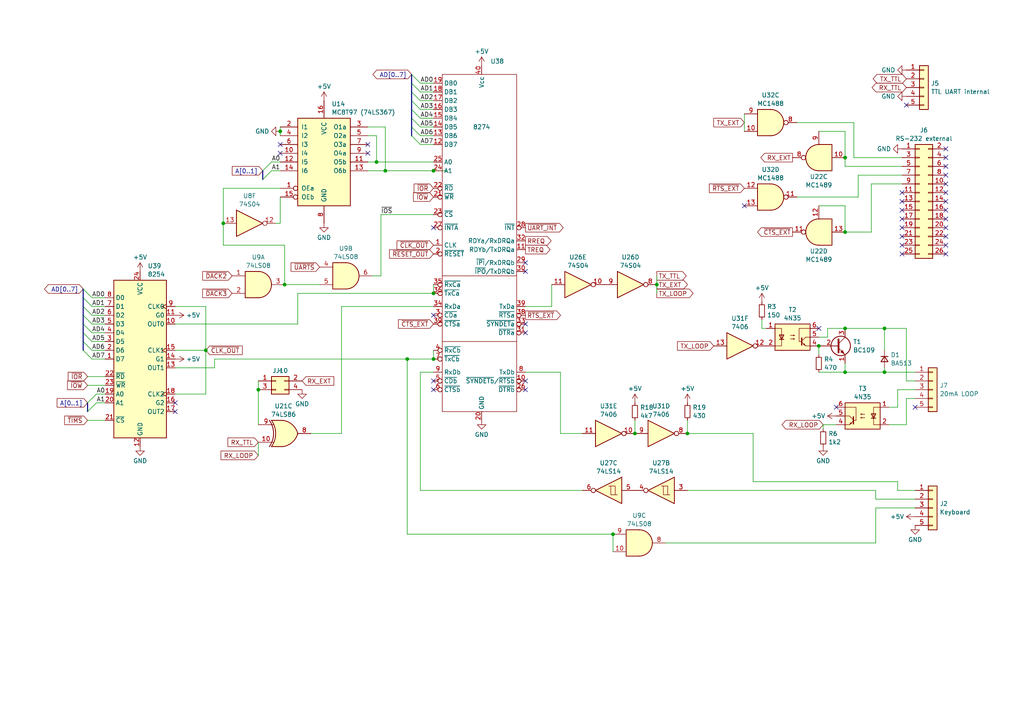
<source format=kicad_sch>
(kicad_sch (version 20230121) (generator eeschema)
  (paper "A4")
  (title_block (title "Iskra Delta Partner Video (text) 30 797 044") (date "2023-08-17") (rev "1") (company "Jernej Jakob <jernej.jakob@gmail.com>") (comment 1 "reverse engineered by hand"))
  (lib_symbols
    (symbol "74xx:74LS04"
      (property "Reference" "U" (at 0 1.27 0))
      (property "Value" "74LS04" (at 0 -1.27 0))
      (symbol "74LS04_1_0"
        (pin input line (at -7.62 0 0) (length 3.81) (name "~") (number "1"))
        (pin output inverted (at 7.62 0 180) (length 3.81) (name "~") (number "2"))
      )
      (symbol "74LS04_2_0"
        (pin input line (at -7.62 0 0) (length 3.81) (name "~") (number "3"))
        (pin output inverted (at 7.62 0 180) (length 3.81) (name "~") (number "4"))
      )
      (symbol "74LS04_3_0"
        (pin input line (at -7.62 0 0) (length 3.81) (name "~") (number "5"))
        (pin output inverted (at 7.62 0 180) (length 3.81) (name "~") (number "6"))
      )
      (symbol "74LS04_4_0"
        (pin output inverted (at 7.62 0 180) (length 3.81) (name "~") (number "8"))
        (pin input line (at -7.62 0 0) (length 3.81) (name "~") (number "9"))
      )
      (symbol "74LS04_5_0"
        (pin output inverted (at 7.62 0 180) (length 3.81) (name "~") (number "10"))
        (pin input line (at -7.62 0 0) (length 3.81) (name "~") (number "11"))
      )
      (symbol "74LS04_6_0"
        (pin output inverted (at 7.62 0 180) (length 3.81) (name "~") (number "12"))
        (pin input line (at -7.62 0 0) (length 3.81) (name "~") (number "13"))
      )
      (symbol "74LS04_7_0"
        (pin power_in line (at 0 12.7 270) (length 5.08) (name "VCC") (number "14"))
        (pin power_in line (at 0 -12.7 90) (length 5.08) (name "GND") (number "7"))
      )
    )
    (symbol "74xx:74LS06" (pin_names (offset 1.016))
      (property "Reference" "U" (at 0 1.27 0))
      (property "Value" "74LS06" (at 0 -1.27 0))
      (symbol "74LS06_1_0"
        (pin input line (at -7.62 0 0) (length 3.81) (name "~") (number "1"))
        (pin open_collector inverted (at 7.62 0 180) (length 3.81) (name "~") (number "2"))
      )
      (symbol "74LS06_2_0"
        (pin input line (at -7.62 0 0) (length 3.81) (name "~") (number "3"))
        (pin open_collector inverted (at 7.62 0 180) (length 3.81) (name "~") (number "4"))
      )
      (symbol "74LS06_3_0"
        (pin input line (at -7.62 0 0) (length 3.81) (name "~") (number "5"))
        (pin open_collector inverted (at 7.62 0 180) (length 3.81) (name "~") (number "6"))
      )
      (symbol "74LS06_4_0"
        (pin open_collector inverted (at 7.62 0 180) (length 3.81) (name "~") (number "8"))
        (pin input line (at -7.62 0 0) (length 3.81) (name "~") (number "9"))
      )
      (symbol "74LS06_5_0"
        (pin open_collector inverted (at 7.62 0 180) (length 3.81) (name "~") (number "10"))
        (pin input line (at -7.62 0 0) (length 3.81) (name "~") (number "11"))
      )
      (symbol "74LS06_6_0"
        (pin open_collector inverted (at 7.62 0 180) (length 3.81) (name "~") (number "12"))
        (pin input line (at -7.62 0 0) (length 3.81) (name "~") (number "13"))
      )
      (symbol "74LS06_7_0"
        (pin power_in line (at 0 12.7 270) (length 5.08) (name "VCC") (number "14"))
        (pin power_in line (at 0 -12.7 90) (length 5.08) (name "GND") (number "7"))
      )
    )
    (symbol "74xx:74LS08" (pin_names (offset 1.016))
      (property "Reference" "U" (at 0 1.27 0))
      (property "Value" "74LS08" (at 0 -1.27 0))
      (symbol "74LS08_1_1"
        (pin input line (at -7.62 2.54 0) (length 3.81) (name "~") (number "1"))
        (pin input line (at -7.62 -2.54 0) (length 3.81) (name "~") (number "2"))
        (pin output line (at 7.62 0 180) (length 3.81) (name "~") (number "3"))
      )
      (symbol "74LS08_1_2"
        (pin input inverted (at -7.62 2.54 0) (length 4.318) (name "~") (number "1"))
        (pin input inverted (at -7.62 -2.54 0) (length 4.318) (name "~") (number "2"))
        (pin output inverted (at 7.62 0 180) (length 3.81) (name "~") (number "3"))
      )
      (symbol "74LS08_2_1"
        (pin input line (at -7.62 2.54 0) (length 3.81) (name "~") (number "4"))
        (pin input line (at -7.62 -2.54 0) (length 3.81) (name "~") (number "5"))
        (pin output line (at 7.62 0 180) (length 3.81) (name "~") (number "6"))
      )
      (symbol "74LS08_2_2"
        (pin input inverted (at -7.62 2.54 0) (length 4.318) (name "~") (number "4"))
        (pin input inverted (at -7.62 -2.54 0) (length 4.318) (name "~") (number "5"))
        (pin output inverted (at 7.62 0 180) (length 3.81) (name "~") (number "6"))
      )
      (symbol "74LS08_3_1"
        (pin input line (at -7.62 -2.54 0) (length 3.81) (name "~") (number "10"))
        (pin output line (at 7.62 0 180) (length 3.81) (name "~") (number "8"))
        (pin input line (at -7.62 2.54 0) (length 3.81) (name "~") (number "9"))
      )
      (symbol "74LS08_3_2"
        (pin input inverted (at -7.62 -2.54 0) (length 4.318) (name "~") (number "10"))
        (pin output inverted (at 7.62 0 180) (length 3.81) (name "~") (number "8"))
        (pin input inverted (at -7.62 2.54 0) (length 4.318) (name "~") (number "9"))
      )
      (symbol "74LS08_4_1"
        (pin output line (at 7.62 0 180) (length 3.81) (name "~") (number "11"))
        (pin input line (at -7.62 2.54 0) (length 3.81) (name "~") (number "12"))
        (pin input line (at -7.62 -2.54 0) (length 3.81) (name "~") (number "13"))
      )
      (symbol "74LS08_4_2"
        (pin output inverted (at 7.62 0 180) (length 3.81) (name "~") (number "11"))
        (pin input inverted (at -7.62 2.54 0) (length 4.318) (name "~") (number "12"))
        (pin input inverted (at -7.62 -2.54 0) (length 4.318) (name "~") (number "13"))
      )
      (symbol "74LS08_5_0"
        (pin power_in line (at 0 12.7 270) (length 5.08) (name "VCC") (number "14"))
        (pin power_in line (at 0 -12.7 90) (length 5.08) (name "GND") (number "7"))
      )
    )
    (symbol "74xx:74LS14" (pin_names (offset 1.016))
      (property "Reference" "U" (at 0 1.27 0))
      (property "Value" "74LS14" (at 0 -1.27 0))
      (symbol "74LS14_1_0"
        (pin input line (at -7.62 0 0) (length 3.81) (name "~") (number "1"))
        (pin output inverted (at 7.62 0 180) (length 3.81) (name "~") (number "2"))
      )
      (symbol "74LS14_2_0"
        (pin input line (at -7.62 0 0) (length 3.81) (name "~") (number "3"))
        (pin output inverted (at 7.62 0 180) (length 3.81) (name "~") (number "4"))
      )
      (symbol "74LS14_3_0"
        (pin input line (at -7.62 0 0) (length 3.81) (name "~") (number "5"))
        (pin output inverted (at 7.62 0 180) (length 3.81) (name "~") (number "6"))
      )
      (symbol "74LS14_4_0"
        (pin output inverted (at 7.62 0 180) (length 3.81) (name "~") (number "8"))
        (pin input line (at -7.62 0 0) (length 3.81) (name "~") (number "9"))
      )
      (symbol "74LS14_5_0"
        (pin output inverted (at 7.62 0 180) (length 3.81) (name "~") (number "10"))
        (pin input line (at -7.62 0 0) (length 3.81) (name "~") (number "11"))
      )
      (symbol "74LS14_6_0"
        (pin output inverted (at 7.62 0 180) (length 3.81) (name "~") (number "12"))
        (pin input line (at -7.62 0 0) (length 3.81) (name "~") (number "13"))
      )
      (symbol "74LS14_7_0"
        (pin power_in line (at 0 12.7 270) (length 5.08) (name "VCC") (number "14"))
        (pin power_in line (at 0 -12.7 90) (length 5.08) (name "GND") (number "7"))
      )
    )
    (symbol "74xx:74LS367" (pin_names (offset 1.016))
      (property "Reference" "U" (at -7.62 13.97 0))
      (property "Value" "74LS367" (at -7.62 -13.97 0))
      (symbol "74LS367_1_0"
        (pin input inverted (at -12.7 -7.62 0) (length 5.08) (name "OEa") (number "1"))
        (pin input line (at -12.7 2.54 0) (length 5.08) (name "I4") (number "10"))
        (pin tri_state line (at 12.7 0 180) (length 5.08) (name "O5b") (number "11"))
        (pin input line (at -12.7 0 0) (length 5.08) (name "I5") (number "12"))
        (pin tri_state line (at 12.7 -2.54 180) (length 5.08) (name "O6b") (number "13"))
        (pin input line (at -12.7 -2.54 0) (length 5.08) (name "I6") (number "14"))
        (pin input inverted (at -12.7 -10.16 0) (length 5.08) (name "OEb") (number "15"))
        (pin power_in line (at 0 17.78 270) (length 5.08) (name "VCC") (number "16"))
        (pin input line (at -12.7 10.16 0) (length 5.08) (name "I1") (number "2"))
        (pin tri_state line (at 12.7 10.16 180) (length 5.08) (name "O1a") (number "3"))
        (pin input line (at -12.7 7.62 0) (length 5.08) (name "I2") (number "4"))
        (pin tri_state line (at 12.7 7.62 180) (length 5.08) (name "O2a") (number "5"))
        (pin input line (at -12.7 5.08 0) (length 5.08) (name "I3") (number "6"))
        (pin tri_state line (at 12.7 5.08 180) (length 5.08) (name "O3a") (number "7"))
        (pin power_in line (at 0 -17.78 90) (length 5.08) (name "GND") (number "8"))
        (pin tri_state line (at 12.7 2.54 180) (length 5.08) (name "O4a") (number "9"))
      )
    )
    (symbol "74xx:74LS86" (pin_names (offset 1.016))
      (property "Reference" "U" (at 0 1.27 0))
      (property "Value" "74LS86" (at 0 -1.27 0))
      (symbol "74LS86_1_0"
        (pin input line (at -7.62 2.54 0) (length 4.445) (name "~") (number "1"))
        (pin input line (at -7.62 -2.54 0) (length 4.445) (name "~") (number "2"))
        (pin output line (at 7.62 0 180) (length 3.81) (name "~") (number "3"))
      )
      (symbol "74LS86_2_0"
        (pin input line (at -7.62 2.54 0) (length 4.445) (name "~") (number "4"))
        (pin input line (at -7.62 -2.54 0) (length 4.445) (name "~") (number "5"))
        (pin output line (at 7.62 0 180) (length 3.81) (name "~") (number "6"))
      )
      (symbol "74LS86_3_0"
        (pin input line (at -7.62 -2.54 0) (length 4.445) (name "~") (number "10"))
        (pin output line (at 7.62 0 180) (length 3.81) (name "~") (number "8"))
        (pin input line (at -7.62 2.54 0) (length 4.445) (name "~") (number "9"))
      )
      (symbol "74LS86_4_0"
        (pin output line (at 7.62 0 180) (length 3.81) (name "~") (number "11"))
        (pin input line (at -7.62 2.54 0) (length 4.445) (name "~") (number "12"))
        (pin input line (at -7.62 -2.54 0) (length 4.445) (name "~") (number "13"))
      )
      (symbol "74LS86_5_0"
        (pin power_in line (at 0 12.7 270) (length 5.08) (name "VCC") (number "14"))
        (pin power_in line (at 0 -12.7 90) (length 5.08) (name "GND") (number "7"))
      )
    )
    (symbol "8085:8274"
      (property "Reference" "U" (at 0 0 0))
      (property "Value" "8274" (at 0 0 0))
      (symbol "8274_1_0"
        (pin input line (at -13.97 -34.29 0) (length 2.54) (name "CLK") (number "1"))
        (pin output inverted (at 12.7 -73.66 180) (length 2.54) (name "~{SYNDETb}/~{RTSb}") (number "10"))
        (pin output line (at 12.7 -35.56 180) (length 2.54) (name "RDYb/TxDRQa") (number "11"))
        (pin tri_state line (at -13.97 -5.08 0) (length 2.54) (name "DB7") (number "12"))
        (pin tri_state line (at -13.97 -2.54 0) (length 2.54) (name "DB6") (number "13"))
        (pin tri_state line (at -13.97 0 0) (length 2.54) (name "DB5") (number "14"))
        (pin tri_state line (at -13.97 2.54 0) (length 2.54) (name "DB4") (number "15"))
        (pin tri_state line (at -13.97 5.08 0) (length 2.54) (name "DB3") (number "16"))
        (pin tri_state line (at -13.97 7.62 0) (length 2.54) (name "DB2") (number "17"))
        (pin tri_state line (at -13.97 10.16 0) (length 2.54) (name "DB1") (number "18"))
        (pin tri_state line (at -13.97 12.7 0) (length 2.54) (name "DB0") (number "19"))
        (pin input inverted (at -13.97 -36.83 0) (length 2.54) (name "~{RESET}") (number "2"))
        (pin power_in line (at 0 -85.09 90) (length 2.54) (name "GND") (number "20"))
        (pin input inverted (at -13.97 -20.32 0) (length 2.54) (name "~{WR}") (number "21"))
        (pin input inverted (at -13.97 -17.78 0) (length 2.54) (name "~{RD}") (number "22"))
        (pin input inverted (at -13.97 -25.4 0) (length 2.54) (name "~{CS}") (number "23"))
        (pin input line (at -13.97 -12.7 0) (length 2.54) (name "A1") (number "24"))
        (pin input line (at -13.97 -10.16 0) (length 2.54) (name "A0") (number "25"))
        (pin output inverted (at 12.7 -76.2 180) (length 2.54) (name "~{DTRb}") (number "26"))
        (pin input inverted (at -13.97 -29.21 0) (length 2.54) (name "~{INTA}") (number "27"))
        (pin output inverted (at 12.7 -29.21 180) (length 2.54) (name "~{INT}") (number "28"))
        (pin bidirectional line (at 12.7 -39.37 180) (length 2.54) (name "~{IPI}/RxDRQb") (number "29"))
        (pin input inverted (at -13.97 -54.61 0) (length 2.54) (name "~{CDa}") (number "3"))
        (pin output line (at 12.7 -41.91 180) (length 2.54) (name "~{IPO}/TxDRQb") (number "30"))
        (pin output inverted (at 12.7 -59.69 180) (length 2.54) (name "~{DTRa}") (number "31"))
        (pin output line (at 12.7 -33.02 180) (length 2.54) (name "RDYa/RxDRQa") (number "32"))
        (pin output inverted (at 12.7 -57.15 180) (length 2.54) (name "~{SYNDETa}") (number "33"))
        (pin input line (at -13.97 -52.07 0) (length 2.54) (name "RxDa") (number "34"))
        (pin input inverted (at -13.97 -45.72 0) (length 2.54) (name "~{RxCa}") (number "35"))
        (pin input inverted (at -13.97 -48.26 0) (length 2.54) (name "~{TxCa}") (number "36"))
        (pin output inverted (at 12.7 -54.61 180) (length 2.54) (name "~{RTSa}") (number "38"))
        (pin output line (at 12.7 -52.07 180) (length 2.54) (name "TxDa") (number "39"))
        (pin input inverted (at -13.97 -57.15 0) (length 2.54) (name "~{CTSa}") (number "39"))
        (pin input inverted (at -13.97 -64.77 0) (length 2.54) (name "~{RxCb}") (number "4"))
        (pin power_in line (at 0 17.78 270) (length 2.54) (name "Vcc") (number "40"))
        (pin input inverted (at -13.97 -73.66 0) (length 2.54) (name "~{CDb}") (number "5"))
        (pin input inverted (at -13.97 -76.2 0) (length 2.54) (name "~{CTSb}") (number "6"))
        (pin input inverted (at -13.97 -67.31 0) (length 2.54) (name "~{TxCb}") (number "7"))
        (pin output line (at 12.7 -71.12 180) (length 2.54) (name "TxDb") (number "8"))
        (pin input line (at -13.97 -71.12 0) (length 2.54) (name "RxDb") (number "9"))
      )
    )
    (symbol "Connector_Generic:Conn_01x05" (pin_names (offset 1.016) hide)
      (property "Reference" "J" (at 0 7.62 0))
      (property "Value" "Conn_01x05" (at 0 -7.62 0))
      (symbol "Conn_01x05_1_1"
        (pin passive line (at -5.08 5.08 0) (length 3.81) (name "Pin_1") (number "1"))
        (pin passive line (at -5.08 2.54 0) (length 3.81) (name "Pin_2") (number "2"))
        (pin passive line (at -5.08 0 0) (length 3.81) (name "Pin_3") (number "3"))
        (pin passive line (at -5.08 -2.54 0) (length 3.81) (name "Pin_4") (number "4"))
        (pin passive line (at -5.08 -5.08 0) (length 3.81) (name "Pin_5") (number "5"))
      )
    )
    (symbol "Connector_Generic:Conn_02x02_Odd_Even" (pin_names (offset 1.016) hide)
      (property "Reference" "J" (at 1.27 2.54 0))
      (property "Value" "Conn_02x02_Odd_Even" (at 1.27 -5.08 0))
      (symbol "Conn_02x02_Odd_Even_1_1"
        (pin passive line (at -5.08 0 0) (length 3.81) (name "Pin_1") (number "1"))
        (pin passive line (at 7.62 0 180) (length 3.81) (name "Pin_2") (number "2"))
        (pin passive line (at -5.08 -2.54 0) (length 3.81) (name "Pin_3") (number "3"))
        (pin passive line (at 7.62 -2.54 180) (length 3.81) (name "Pin_4") (number "4"))
      )
    )
    (symbol "Connector_Generic:Conn_02x13_Odd_Even" (pin_names (offset 1.016) hide)
      (property "Reference" "J" (at 1.27 17.78 0))
      (property "Value" "Conn_02x13_Odd_Even" (at 1.27 -17.78 0))
      (symbol "Conn_02x13_Odd_Even_1_1"
        (pin passive line (at -5.08 15.24 0) (length 3.81) (name "Pin_1") (number "1"))
        (pin passive line (at 7.62 5.08 180) (length 3.81) (name "Pin_10") (number "10"))
        (pin passive line (at -5.08 2.54 0) (length 3.81) (name "Pin_11") (number "11"))
        (pin passive line (at 7.62 2.54 180) (length 3.81) (name "Pin_12") (number "12"))
        (pin passive line (at -5.08 0 0) (length 3.81) (name "Pin_13") (number "13"))
        (pin passive line (at 7.62 0 180) (length 3.81) (name "Pin_14") (number "14"))
        (pin passive line (at -5.08 -2.54 0) (length 3.81) (name "Pin_15") (number "15"))
        (pin passive line (at 7.62 -2.54 180) (length 3.81) (name "Pin_16") (number "16"))
        (pin passive line (at -5.08 -5.08 0) (length 3.81) (name "Pin_17") (number "17"))
        (pin passive line (at 7.62 -5.08 180) (length 3.81) (name "Pin_18") (number "18"))
        (pin passive line (at -5.08 -7.62 0) (length 3.81) (name "Pin_19") (number "19"))
        (pin passive line (at 7.62 15.24 180) (length 3.81) (name "Pin_2") (number "2"))
        (pin passive line (at 7.62 -7.62 180) (length 3.81) (name "Pin_20") (number "20"))
        (pin passive line (at -5.08 -10.16 0) (length 3.81) (name "Pin_21") (number "21"))
        (pin passive line (at 7.62 -10.16 180) (length 3.81) (name "Pin_22") (number "22"))
        (pin passive line (at -5.08 -12.7 0) (length 3.81) (name "Pin_23") (number "23"))
        (pin passive line (at 7.62 -12.7 180) (length 3.81) (name "Pin_24") (number "24"))
        (pin passive line (at -5.08 -15.24 0) (length 3.81) (name "Pin_25") (number "25"))
        (pin passive line (at 7.62 -15.24 180) (length 3.81) (name "Pin_26") (number "26"))
        (pin passive line (at -5.08 12.7 0) (length 3.81) (name "Pin_3") (number "3"))
        (pin passive line (at 7.62 12.7 180) (length 3.81) (name "Pin_4") (number "4"))
        (pin passive line (at -5.08 10.16 0) (length 3.81) (name "Pin_5") (number "5"))
        (pin passive line (at 7.62 10.16 180) (length 3.81) (name "Pin_6") (number "6"))
        (pin passive line (at -5.08 7.62 0) (length 3.81) (name "Pin_7") (number "7"))
        (pin passive line (at 7.62 7.62 180) (length 3.81) (name "Pin_8") (number "8"))
        (pin passive line (at -5.08 5.08 0) (length 3.81) (name "Pin_9") (number "9"))
      )
    )
    (symbol "Device:D_Small" (pin_numbers hide) (pin_names (offset 0.254) hide)
      (property "Reference" "D" (at -1.27 2.032 0))
      (property "Value" "D_Small" (at -3.81 -2.032 0))
      (symbol "D_Small_1_1"
        (pin passive line (at -2.54 0 0) (length 1.778) (name "K") (number "1"))
        (pin passive line (at 2.54 0 180) (length 1.778) (name "A") (number "2"))
      )
    )
    (symbol "Device:R_Small" (pin_numbers hide) (pin_names (offset 0.254) hide)
      (property "Reference" "R" (at 0.762 0.508 0))
      (property "Value" "R_Small" (at 0.762 -1.016 0))
      (symbol "R_Small_1_1"
        (pin passive line (at 0 2.54 270) (length 0.762) (name "~") (number "1"))
        (pin passive line (at 0 -2.54 90) (length 0.762) (name "~") (number "2"))
      )
    )
    (symbol "Isolator:4N35" (pin_names (offset 1.016))
      (property "Reference" "U" (at -5.08 5.08 0))
      (property "Value" "4N35" (at 0 5.08 0))
      (symbol "4N35_1_1"
        (pin passive line (at -7.62 2.54 0) (length 2.54) (name "~") (number "1"))
        (pin passive line (at -7.62 -2.54 0) (length 2.54) (name "~") (number "2"))
        (pin no_connect line (at -5.08 0 0) (length 2.54) hide (name "NC") (number "3"))
        (pin passive line (at 7.62 -2.54 180) (length 2.54) (name "~") (number "4"))
        (pin passive line (at 7.62 0 180) (length 2.54) (name "~") (number "5"))
        (pin passive line (at 7.62 2.54 180) (length 2.54) (name "~") (number "6"))
      )
    )
    (symbol "MC1488_1489:MC1488" (pin_names (offset 1.016))
      (property "Reference" "U" (at 0 2.54 0))
      (property "Value" "MC1488" (at 0 -2.54 0))
      (symbol "MC1488_1_1"
        (pin input line (at -7.62 0 0) (length 3.81) (name "~") (number "2"))
        (pin output inverted (at 7.62 0 180) (length 3.81) (name "~") (number "3"))
      )
      (symbol "MC1488_1_2"
        (pin input inverted (at -7.62 2.54 0) (length 4.318) (name "~") (number "1"))
        (pin input inverted (at -7.62 -2.54 0) (length 4.318) (name "~") (number "2"))
        (pin output line (at 7.62 0 180) (length 3.81) (name "~") (number "3"))
      )
      (symbol "MC1488_2_1"
        (pin input line (at -7.62 2.54 0) (length 3.81) (name "~") (number "4"))
        (pin input line (at -7.62 -2.54 0) (length 3.81) (name "~") (number "5"))
        (pin output inverted (at 7.62 0 180) (length 3.81) (name "~") (number "6"))
      )
      (symbol "MC1488_2_2"
        (pin input inverted (at -7.62 2.54 0) (length 4.318) (name "~") (number "4"))
        (pin input inverted (at -7.62 -2.54 0) (length 4.318) (name "~") (number "5"))
        (pin output line (at 7.62 0 180) (length 3.81) (name "~") (number "6"))
      )
      (symbol "MC1488_3_1"
        (pin input line (at -7.62 -2.54 0) (length 3.81) (name "~") (number "10"))
        (pin output inverted (at 7.62 0 180) (length 3.81) (name "~") (number "8"))
        (pin input line (at -7.62 2.54 0) (length 3.81) (name "~") (number "9"))
      )
      (symbol "MC1488_3_2"
        (pin input inverted (at -7.62 -2.54 0) (length 4.318) (name "~") (number "10"))
        (pin output line (at 7.62 0 180) (length 3.81) (name "~") (number "8"))
        (pin input inverted (at -7.62 2.54 0) (length 4.318) (name "~") (number "9"))
      )
      (symbol "MC1488_4_1"
        (pin output inverted (at 7.62 0 180) (length 3.81) (name "~") (number "11"))
        (pin input line (at -7.62 2.54 0) (length 3.81) (name "~") (number "12"))
        (pin input line (at -7.62 -2.54 0) (length 3.81) (name "~") (number "13"))
      )
      (symbol "MC1488_4_2"
        (pin output line (at 7.62 0 180) (length 3.81) (name "~") (number "11"))
        (pin input inverted (at -7.62 2.54 0) (length 4.318) (name "~") (number "12"))
        (pin input inverted (at -7.62 -2.54 0) (length 4.318) (name "~") (number "13"))
      )
      (symbol "MC1488_5_0"
        (pin power_in line (at 0 13.97 270) (length 5.08) (name "VCC") (number "14"))
        (pin power_in line (at -10.16 0 0) (length 5.08) (name "GND") (number "7"))
      )
      (symbol "MC1488_5_1"
        (pin power_in line (at 0 -12.7 90) (length 3.81) (name "VEE") (number "1"))
      )
    )
    (symbol "MC1488_1489:MC1489" (pin_names (offset 1.016))
      (property "Reference" "U" (at 0 1.27 0))
      (property "Value" "MC1489" (at 0 -1.27 0))
      (symbol "MC1489_1_1"
        (pin input line (at -7.62 0 0) (length 3.81) (name "~") (number "1"))
        (pin bidirectional line (at 0 7.62 270) (length 3.81) (name "~") (number "2"))
        (pin output inverted (at 7.62 0 180) (length 3.81) (name "~") (number "3"))
      )
      (symbol "MC1489_1_2"
        (pin input inverted (at -7.62 2.54 0) (length 4.318) (name "~") (number "1"))
        (pin input inverted (at -7.62 -2.54 0) (length 4.318) (name "~") (number "2"))
        (pin output line (at 7.62 0 180) (length 3.81) (name "~") (number "3"))
      )
      (symbol "MC1489_2_1"
        (pin input line (at -7.62 0 0) (length 3.81) (name "~") (number "4"))
        (pin bidirectional line (at 0 7.62 270) (length 3.81) (name "~") (number "5"))
        (pin output inverted (at 7.62 0 180) (length 3.81) (name "~") (number "6"))
      )
      (symbol "MC1489_2_2"
        (pin input inverted (at -7.62 2.54 0) (length 4.318) (name "~") (number "4"))
        (pin input inverted (at -7.62 -2.54 0) (length 4.318) (name "~") (number "5"))
        (pin output line (at 7.62 0 180) (length 3.81) (name "~") (number "6"))
      )
      (symbol "MC1489_3_1"
        (pin input line (at -7.62 0 0) (length 3.81) (name "~") (number "10"))
        (pin output inverted (at 7.62 0 180) (length 3.81) (name "~") (number "8"))
        (pin bidirectional line (at 0 7.62 270) (length 3.81) (name "~") (number "9"))
      )
      (symbol "MC1489_3_2"
        (pin input inverted (at -7.62 -2.54 0) (length 4.318) (name "~") (number "10"))
        (pin output line (at 7.62 0 180) (length 3.81) (name "~") (number "8"))
        (pin input inverted (at -7.62 2.54 0) (length 4.318) (name "~") (number "9"))
      )
      (symbol "MC1489_4_1"
        (pin output inverted (at 7.62 0 180) (length 3.81) (name "~") (number "11"))
        (pin bidirectional line (at 0 7.62 270) (length 3.81) (name "~") (number "12"))
        (pin input line (at -7.62 0 0) (length 3.81) (name "~") (number "13"))
      )
      (symbol "MC1489_4_2"
        (pin output line (at 7.62 0 180) (length 3.81) (name "~") (number "11"))
        (pin input inverted (at -7.62 2.54 0) (length 4.318) (name "~") (number "12"))
        (pin input inverted (at -7.62 -2.54 0) (length 4.318) (name "~") (number "13"))
      )
      (symbol "MC1489_5_0"
        (pin power_in line (at 0 12.7 270) (length 5.08) (name "VCC") (number "14"))
        (pin power_in line (at 0 -12.7 90) (length 5.08) (name "GND") (number "7"))
      )
    )
    (symbol "Timer:8254"
      (property "Reference" "U" (at -5.08 24.13 0))
      (property "Value" "8254" (at 2.54 24.13 0))
      (symbol "8254_1_1"
        (pin bidirectional line (at -10.16 0 0) (length 2.54) (name "D7") (number "1"))
        (pin output line (at 10.16 10.16 180) (length 2.54) (name "OUT0") (number "10"))
        (pin input line (at 10.16 12.7 180) (length 2.54) (name "G0") (number "11"))
        (pin power_in line (at 0 -25.4 90) (length 2.54) (name "GND") (number "12"))
        (pin output line (at 10.16 -2.54 180) (length 2.54) (name "OUT1") (number "13"))
        (pin input line (at 10.16 0 180) (length 2.54) (name "G1") (number "14"))
        (pin input clock (at 10.16 2.54 180) (length 2.54) (name "CLK1") (number "15"))
        (pin input line (at 10.16 -12.7 180) (length 2.54) (name "G2") (number "16"))
        (pin output line (at 10.16 -15.24 180) (length 2.54) (name "OUT2") (number "17"))
        (pin input clock (at 10.16 -10.16 180) (length 2.54) (name "CLK2") (number "18"))
        (pin input line (at -10.16 -10.16 0) (length 2.54) (name "A0") (number "19"))
        (pin bidirectional line (at -10.16 2.54 0) (length 2.54) (name "D6") (number "2"))
        (pin input line (at -10.16 -12.7 0) (length 2.54) (name "A1") (number "20"))
        (pin input line (at -10.16 -17.78 0) (length 2.54) (name "~{CS}") (number "21"))
        (pin input line (at -10.16 -5.08 0) (length 2.54) (name "~{RD}") (number "22"))
        (pin input line (at -10.16 -7.62 0) (length 2.54) (name "~{WR}") (number "23"))
        (pin power_in line (at 0 25.4 270) (length 2.54) (name "VCC") (number "24"))
        (pin bidirectional line (at -10.16 5.08 0) (length 2.54) (name "D5") (number "3"))
        (pin bidirectional line (at -10.16 7.62 0) (length 2.54) (name "D4") (number "4"))
        (pin bidirectional line (at -10.16 10.16 0) (length 2.54) (name "D3") (number "5"))
        (pin bidirectional line (at -10.16 12.7 0) (length 2.54) (name "D2") (number "6"))
        (pin bidirectional line (at -10.16 15.24 0) (length 2.54) (name "D1") (number "7"))
        (pin bidirectional line (at -10.16 17.78 0) (length 2.54) (name "D0") (number "8"))
        (pin input clock (at 10.16 15.24 180) (length 2.54) (name "CLK0") (number "9"))
      )
    )
    (symbol "Transistor_BJT:BC109" (pin_names (offset 0) hide)
      (property "Reference" "Q" (at 5.08 1.905 0))
      (property "Value" "BC109" (at 5.08 0 0))
      (symbol "BC109_1_1"
        (pin passive line (at 2.54 -5.08 90) (length 2.54) (name "E") (number "1"))
        (pin input line (at -5.08 0 0) (length 5.715) (name "B") (number "2"))
        (pin passive line (at 2.54 5.08 270) (length 2.54) (name "C") (number "3"))
      )
    )
    (symbol "power:+5V" (power) (pin_names (offset 0))
      (property "Value" "+5V" (at 0 3.556 0))
      (symbol "+5V_1_1"
        (pin power_in line (at 0 0 90) (length 0) hide (name "+5V") (number "1"))
      )
    )
    (symbol "power:GND" (power) (pin_names (offset 0))
      (property "Value" "GND" (at 0 -3.81 0))
      (symbol "GND_1_1"
        (pin power_in line (at 0 0 270) (length 0) hide (name "GND") (number "1"))
      )
    )
  )
  (junction (at 245.11 67.31))
  (junction (at 190.5 82.55))
  (junction (at 237.49 100.33))
  (junction (at 118.11 104.14))
  (junction (at 245.11 45.72))
  (junction (at 199.39 125.73))
  (junction (at 59.69 101.6))
  (junction (at 74.93 113.03))
  (junction (at 177.8 154.94))
  (junction (at 109.22 46.99))
  (junction (at 125.73 104.14))
  (junction (at 184.15 125.73))
  (junction (at 111.76 49.53))
  (junction (at 256.54 107.95))
  (junction (at 125.73 85.09))
  (junction (at 82.55 82.55))
  (junction (at 245.11 95.25))
  (junction (at 256.54 95.25))
  (junction (at 245.11 107.95))
  (junction (at 125.73 49.53))
  (junction (at 64.77 64.77))
  (junction (at 81.28 38.1))
  (no_connect (at 265.43 118.11))
  (no_connect (at 274.32 71.12))
  (no_connect (at 125.73 91.44))
  (no_connect (at 81.28 41.91))
  (no_connect (at 237.49 95.25))
  (no_connect (at 50.8 119.38))
  (no_connect (at 106.68 44.45))
  (no_connect (at 274.32 53.34))
  (no_connect (at 262.89 30.48))
  (no_connect (at 274.32 66.04))
  (no_connect (at 274.32 50.8))
  (no_connect (at 274.32 68.58))
  (no_connect (at 106.68 41.91))
  (no_connect (at 125.73 66.04))
  (no_connect (at 261.62 55.88))
  (no_connect (at 274.32 55.88))
  (no_connect (at 261.62 68.58))
  (no_connect (at 152.4 96.52))
  (no_connect (at 215.9 59.69))
  (no_connect (at 274.32 43.18))
  (no_connect (at 261.62 66.04))
  (no_connect (at 81.28 44.45))
  (no_connect (at 242.57 118.11))
  (no_connect (at 274.32 73.66))
  (no_connect (at 152.4 110.49))
  (no_connect (at 261.62 73.66))
  (no_connect (at 274.32 45.72))
  (no_connect (at 261.62 60.96))
  (no_connect (at 274.32 58.42))
  (no_connect (at 152.4 76.2))
  (no_connect (at 125.73 113.03))
  (no_connect (at 261.62 63.5))
  (no_connect (at 152.4 113.03))
  (no_connect (at 274.32 63.5))
  (no_connect (at 50.8 116.84))
  (no_connect (at 261.62 58.42))
  (no_connect (at 125.73 110.49))
  (no_connect (at 274.32 60.96))
  (no_connect (at 152.4 78.74))
  (no_connect (at 152.4 93.98))
  (no_connect (at 274.32 48.26))
  (no_connect (at 261.62 71.12))
  (bus_entry (at 119.38 21.59) (size 2.54 2.54))
  (bus_entry (at 27.94 114.3) (size -2.54 2.54))
  (bus_entry (at 24.13 96.52) (size 2.54 2.54))
  (bus_entry (at 119.38 26.67) (size 2.54 2.54))
  (bus_entry (at 24.13 83.82) (size 2.54 2.54))
  (bus_entry (at 119.38 34.29) (size 2.54 2.54))
  (bus_entry (at 119.38 36.83) (size 2.54 2.54))
  (bus_entry (at 27.94 116.84) (size -2.54 2.54))
  (bus_entry (at 24.13 101.6) (size 2.54 2.54))
  (bus_entry (at 78.74 46.99) (size -2.54 2.54))
  (bus_entry (at 24.13 91.44) (size 2.54 2.54))
  (bus_entry (at 24.13 93.98) (size 2.54 2.54))
  (bus_entry (at 119.38 31.75) (size 2.54 2.54))
  (bus_entry (at 78.74 49.53) (size -2.54 2.54))
  (bus_entry (at 24.13 99.06) (size 2.54 2.54))
  (bus_entry (at 119.38 29.21) (size 2.54 2.54))
  (bus_entry (at 119.38 39.37) (size 2.54 2.54))
  (bus_entry (at 119.38 24.13) (size 2.54 2.54))
  (bus_entry (at 24.13 86.36) (size 2.54 2.54))
  (bus_entry (at 24.13 88.9) (size 2.54 2.54))
  (wire (pts (xy 260.35 139.7) (xy 260.35 142.24)))
  (wire (pts (xy 118.11 154.94) (xy 177.8 154.94)))
  (wire (pts (xy 245.11 105.41) (xy 245.11 107.95)))
  (wire (pts (xy 261.62 45.72) (xy 247.65 45.72)))
  (wire (pts (xy 86.36 93.98) (xy 86.36 85.09)))
  (wire (pts (xy 64.77 54.61) (xy 64.77 64.77)))
  (wire (pts (xy 177.8 154.94) (xy 177.8 160.02)))
  (wire (pts (xy 240.03 95.25) (xy 245.11 95.25)))
  (wire (pts (xy 81.28 46.99) (xy 78.74 46.99)))
  (wire (pts (xy 248.92 50.8) (xy 261.62 50.8)))
  (wire (pts (xy 26.67 86.36) (xy 30.48 86.36)))
  (wire (pts (xy 199.39 125.73) (xy 218.44 125.73)))
  (wire (pts (xy 81.28 38.1) (xy 81.28 39.37)))
  (bus (pts (xy 24.13 93.98) (xy 24.13 96.52)))
  (wire (pts (xy 59.69 114.3) (xy 50.8 114.3)))
  (wire (pts (xy 30.48 116.84) (xy 27.94 116.84)))
  (wire (pts (xy 262.89 95.25) (xy 256.54 95.25)))
  (wire (pts (xy 26.67 99.06) (xy 30.48 99.06)))
  (wire (pts (xy 121.92 41.91) (xy 125.73 41.91)))
  (bus (pts (xy 24.13 99.06) (xy 24.13 101.6)))
  (wire (pts (xy 81.28 49.53) (xy 78.74 49.53)))
  (wire (pts (xy 265.43 144.78) (xy 254 144.78)))
  (wire (pts (xy 64.77 71.12) (xy 64.77 64.77)))
  (wire (pts (xy 252.73 67.31) (xy 245.11 67.31)))
  (wire (pts (xy 74.93 128.27) (xy 74.93 132.08)))
  (wire (pts (xy 220.98 92.71) (xy 220.98 95.25)))
  (wire (pts (xy 193.04 157.48) (xy 254 157.48)))
  (wire (pts (xy 254 147.32) (xy 265.43 147.32)))
  (wire (pts (xy 262.89 110.49) (xy 262.89 95.25)))
  (wire (pts (xy 99.06 88.9) (xy 125.73 88.9)))
  (wire (pts (xy 237.49 59.69) (xy 245.11 59.69)))
  (wire (pts (xy 62.23 106.68) (xy 50.8 106.68)))
  (wire (pts (xy 50.8 88.9) (xy 59.69 88.9)))
  (bus (pts (xy 24.13 86.36) (xy 24.13 88.9)))
  (wire (pts (xy 152.4 88.9) (xy 160.02 88.9)))
  (wire (pts (xy 199.39 142.24) (xy 254 142.24)))
  (wire (pts (xy 265.43 110.49) (xy 262.89 110.49)))
  (wire (pts (xy 109.22 46.99) (xy 109.22 39.37)))
  (wire (pts (xy 82.55 82.55) (xy 92.71 82.55)))
  (wire (pts (xy 25.4 121.92) (xy 30.48 121.92)))
  (wire (pts (xy 237.49 97.79) (xy 240.03 97.79)))
  (wire (pts (xy 248.92 57.15) (xy 248.92 50.8)))
  (wire (pts (xy 121.92 34.29) (xy 125.73 34.29)))
  (wire (pts (xy 218.44 125.73) (xy 218.44 139.7)))
  (wire (pts (xy 260.35 113.03) (xy 265.43 113.03)))
  (bus (pts (xy 24.13 83.82) (xy 24.13 86.36)))
  (wire (pts (xy 162.56 125.73) (xy 168.91 125.73)))
  (wire (pts (xy 59.69 101.6) (xy 59.69 114.3)))
  (wire (pts (xy 168.91 142.24) (xy 121.92 142.24)))
  (wire (pts (xy 245.11 107.95) (xy 256.54 107.95)))
  (wire (pts (xy 74.93 113.03) (xy 74.93 123.19)))
  (wire (pts (xy 81.28 36.83) (xy 81.28 38.1)))
  (bus (pts (xy 119.38 24.13) (xy 119.38 26.67)))
  (wire (pts (xy 256.54 107.95) (xy 265.43 107.95)))
  (wire (pts (xy 26.67 104.14) (xy 30.48 104.14)))
  (wire (pts (xy 184.15 121.92) (xy 184.15 125.73)))
  (wire (pts (xy 129.54 49.53) (xy 125.73 49.53)))
  (wire (pts (xy 62.23 104.14) (xy 118.11 104.14)))
  (wire (pts (xy 121.92 29.21) (xy 125.73 29.21)))
  (wire (pts (xy 199.39 121.92) (xy 199.39 125.73)))
  (wire (pts (xy 245.11 38.1) (xy 245.11 45.72)))
  (wire (pts (xy 111.76 49.53) (xy 106.68 49.53)))
  (wire (pts (xy 261.62 53.34) (xy 252.73 53.34)))
  (wire (pts (xy 50.8 101.6) (xy 59.69 101.6)))
  (wire (pts (xy 245.11 59.69) (xy 245.11 67.31)))
  (wire (pts (xy 220.98 95.25) (xy 222.25 95.25)))
  (wire (pts (xy 25.4 111.76) (xy 30.48 111.76)))
  (wire (pts (xy 247.65 35.56) (xy 231.14 35.56)))
  (wire (pts (xy 256.54 95.25) (xy 256.54 101.6)))
  (wire (pts (xy 162.56 107.95) (xy 162.56 125.73)))
  (wire (pts (xy 247.65 45.72) (xy 247.65 35.56)))
  (wire (pts (xy 118.11 104.14) (xy 118.11 154.94)))
  (wire (pts (xy 242.57 123.19) (xy 238.76 123.19)))
  (bus (pts (xy 24.13 91.44) (xy 24.13 93.98)))
  (bus (pts (xy 119.38 29.21) (xy 119.38 31.75)))
  (wire (pts (xy 26.67 93.98) (xy 30.48 93.98)))
  (wire (pts (xy 265.43 115.57) (xy 262.89 115.57)))
  (wire (pts (xy 107.95 80.01) (xy 110.49 80.01)))
  (wire (pts (xy 111.76 36.83) (xy 111.76 49.53)))
  (bus (pts (xy 24.13 96.52) (xy 24.13 99.06)))
  (wire (pts (xy 245.11 45.72) (xy 245.11 48.26)))
  (wire (pts (xy 82.55 82.55) (xy 82.55 71.12)))
  (bus (pts (xy 119.38 36.83) (xy 119.38 39.37)))
  (wire (pts (xy 26.67 96.52) (xy 30.48 96.52)))
  (wire (pts (xy 245.11 95.25) (xy 256.54 95.25)))
  (wire (pts (xy 109.22 46.99) (xy 125.73 46.99)))
  (wire (pts (xy 237.49 107.95) (xy 245.11 107.95)))
  (wire (pts (xy 237.49 100.33) (xy 237.49 102.87)))
  (wire (pts (xy 59.69 88.9) (xy 59.69 101.6)))
  (wire (pts (xy 26.67 88.9) (xy 30.48 88.9)))
  (wire (pts (xy 25.4 109.22) (xy 30.48 109.22)))
  (wire (pts (xy 218.44 139.7) (xy 260.35 139.7)))
  (bus (pts (xy 119.38 21.59) (xy 119.38 24.13)))
  (wire (pts (xy 125.73 101.6) (xy 125.73 104.14)))
  (wire (pts (xy 62.23 106.68) (xy 62.23 104.14)))
  (wire (pts (xy 262.89 123.19) (xy 257.81 123.19)))
  (wire (pts (xy 215.9 33.02) (xy 215.9 38.1)))
  (wire (pts (xy 86.36 85.09) (xy 125.73 85.09)))
  (wire (pts (xy 237.49 38.1) (xy 245.11 38.1)))
  (wire (pts (xy 121.92 107.95) (xy 125.73 107.95)))
  (wire (pts (xy 231.14 57.15) (xy 248.92 57.15)))
  (wire (pts (xy 30.48 114.3) (xy 27.94 114.3)))
  (bus (pts (xy 24.13 88.9) (xy 24.13 91.44)))
  (wire (pts (xy 254 157.48) (xy 254 147.32)))
  (wire (pts (xy 90.17 125.73) (xy 99.06 125.73)))
  (wire (pts (xy 74.93 110.49) (xy 74.93 113.03)))
  (wire (pts (xy 81.28 57.15) (xy 81.28 64.77)))
  (wire (pts (xy 118.11 104.14) (xy 125.73 104.14)))
  (bus (pts (xy 119.38 34.29) (xy 119.38 36.83)))
  (wire (pts (xy 190.5 82.55) (xy 190.5 85.09)))
  (bus (pts (xy 76.2 49.53) (xy 76.2 52.07)))
  (wire (pts (xy 190.5 80.01) (xy 190.5 82.55)))
  (wire (pts (xy 110.49 80.01) (xy 110.49 62.23)))
  (wire (pts (xy 240.03 97.79) (xy 240.03 95.25)))
  (wire (pts (xy 262.89 115.57) (xy 262.89 123.19)))
  (wire (pts (xy 26.67 101.6) (xy 30.48 101.6)))
  (wire (pts (xy 260.35 118.11) (xy 260.35 113.03)))
  (wire (pts (xy 99.06 125.73) (xy 99.06 88.9)))
  (wire (pts (xy 121.92 39.37) (xy 125.73 39.37)))
  (wire (pts (xy 121.92 142.24) (xy 121.92 107.95)))
  (bus (pts (xy 119.38 31.75) (xy 119.38 34.29)))
  (wire (pts (xy 81.28 64.77) (xy 80.01 64.77)))
  (wire (pts (xy 106.68 36.83) (xy 111.76 36.83)))
  (wire (pts (xy 106.68 46.99) (xy 109.22 46.99)))
  (wire (pts (xy 256.54 107.95) (xy 256.54 106.68)))
  (wire (pts (xy 121.92 26.67) (xy 125.73 26.67)))
  (bus (pts (xy 25.4 116.84) (xy 25.4 119.38)))
  (wire (pts (xy 125.73 82.55) (xy 125.73 85.09)))
  (wire (pts (xy 238.76 123.19) (xy 238.76 124.46)))
  (wire (pts (xy 252.73 53.34) (xy 252.73 67.31)))
  (wire (pts (xy 152.4 107.95) (xy 162.56 107.95)))
  (wire (pts (xy 82.55 71.12) (xy 64.77 71.12)))
  (wire (pts (xy 257.81 118.11) (xy 260.35 118.11)))
  (wire (pts (xy 121.92 24.13) (xy 125.73 24.13)))
  (wire (pts (xy 81.28 54.61) (xy 64.77 54.61)))
  (wire (pts (xy 121.92 31.75) (xy 125.73 31.75)))
  (wire (pts (xy 160.02 88.9) (xy 160.02 82.55)))
  (wire (pts (xy 245.11 48.26) (xy 261.62 48.26)))
  (wire (pts (xy 260.35 142.24) (xy 265.43 142.24)))
  (wire (pts (xy 26.67 91.44) (xy 30.48 91.44)))
  (wire (pts (xy 121.92 36.83) (xy 125.73 36.83)))
  (wire (pts (xy 254 144.78) (xy 254 142.24)))
  (wire (pts (xy 110.49 62.23) (xy 125.73 62.23)))
  (wire (pts (xy 50.8 93.98) (xy 86.36 93.98)))
  (wire (pts (xy 109.22 39.37) (xy 106.68 39.37)))
  (bus (pts (xy 119.38 26.67) (xy 119.38 29.21)))
  (wire (pts (xy 111.76 49.53) (xy 125.73 49.53)))
  (label "~{IOS}" (at 110.49 62.23 0))
  (label "AD6" (at 26.67 101.6 0))
  (label "AD0" (at 121.92 24.13 0))
  (label "AD2" (at 26.67 91.44 0))
  (label "AD3" (at 121.92 31.75 0))
  (label "AD4" (at 26.67 96.52 0))
  (label "AD0" (at 26.67 86.36 0))
  (label "AD7" (at 121.92 41.91 0))
  (label "AD2" (at 121.92 29.21 0))
  (label "AD5" (at 121.92 36.83 0))
  (label "AD5" (at 26.67 99.06 0))
  (label "A0" (at 30.48 114.3 180))
  (label "AD4" (at 121.92 34.29 0))
  (label "AD7" (at 26.67 104.14 0))
  (label "A0" (at 81.28 46.99 180))
  (label "AD1" (at 121.92 26.67 0))
  (label "A1" (at 30.48 116.84 180))
  (label "A1" (at 81.28 49.53 180))
  (label "AD6" (at 121.92 39.37 0))
  (label "AD3" (at 26.67 93.98 0))
  (label "AD1" (at 26.67 88.9 0))
  (global_label "RREQ" (shape output) (at 152.4 69.85 0) (property "Intersheetrefs" "${INTERSHEET_REFS}" (effects hide)))
  (global_label "TREQ" (shape output) (at 152.4 72.39 0) (property "Intersheetrefs" "${INTERSHEET_REFS}" (effects hide)))
  (global_label "TX_TTL" (shape output) (at 190.5 80.01 0) (property "Intersheetrefs" "${INTERSHEET_REFS}" (effects hide)))
  (global_label "TX_LOOP" (shape input) (at 207.01 100.33 180) (property "Intersheetrefs" "${INTERSHEET_REFS}" (effects hide)))
  (global_label "RX_LOOP" (shape input) (at 74.93 132.08 180) (property "Intersheetrefs" "${INTERSHEET_REFS}" (effects hide)))
  (global_label "~{TIMS}" (shape input) (at 25.4 121.92 180) (property "Intersheetrefs" "${INTERSHEET_REFS}" (effects hide)))
  (global_label "~{CTS_EXT}" (shape output) (at 229.87 67.31 180) (property "Intersheetrefs" "${INTERSHEET_REFS}" (effects hide)))
  (global_label "RX_LOOP" (shape bidirectional) (at 238.76 123.19 180) (property "Intersheetrefs" "${INTERSHEET_REFS}" (effects hide)))
  (global_label "~{UART_INT}" (shape output) (at 152.4 66.04 0) (property "Intersheetrefs" "${INTERSHEET_REFS}" (effects hide)))
  (global_label "RX_TTL" (shape input) (at 74.93 128.27 180) (property "Intersheetrefs" "${INTERSHEET_REFS}" (effects hide)))
  (global_label "AD[0..7]" (shape tri_state) (at 119.38 21.59 180) (property "Intersheetrefs" "${INTERSHEET_REFS}" (effects hide)))
  (global_label "TX_EXT" (shape input) (at 215.9 35.56 180) (property "Intersheetrefs" "${INTERSHEET_REFS}" (effects hide)))
  (global_label "A[0..1]" (shape input) (at 76.2 49.53 180) (property "Intersheetrefs" "${INTERSHEET_REFS}" (effects hide)))
  (global_label "~{DACK2}" (shape input) (at 67.31 80.01 180) (property "Intersheetrefs" "${INTERSHEET_REFS}" (effects hide)))
  (global_label "TX_TTL" (shape bidirectional) (at 262.89 22.86 180) (property "Intersheetrefs" "${INTERSHEET_REFS}" (effects hide)))
  (global_label "RX_EXT" (shape output) (at 229.87 45.72 180) (property "Intersheetrefs" "${INTERSHEET_REFS}" (effects hide)))
  (global_label "~{IOR}" (shape input) (at 125.73 54.61 180) (property "Intersheetrefs" "${INTERSHEET_REFS}" (effects hide)))
  (global_label "TX_LOOP" (shape output) (at 190.5 85.09 0) (property "Intersheetrefs" "${INTERSHEET_REFS}" (effects hide)))
  (global_label "~{RTS_EXT}" (shape input) (at 215.9 54.61 180) (property "Intersheetrefs" "${INTERSHEET_REFS}" (effects hide)))
  (global_label "AD[0..7]" (shape tri_state) (at 24.13 83.82 180) (property "Intersheetrefs" "${INTERSHEET_REFS}" (effects hide)))
  (global_label "~{IOW}" (shape input) (at 125.73 57.15 180) (property "Intersheetrefs" "${INTERSHEET_REFS}" (effects hide)))
  (global_label "~{CTS_EXT}" (shape input) (at 125.73 93.98 180) (property "Intersheetrefs" "${INTERSHEET_REFS}" (effects hide)))
  (global_label "~{IOR}" (shape input) (at 25.4 109.22 180) (property "Intersheetrefs" "${INTERSHEET_REFS}" (effects hide)))
  (global_label "RX_TTL" (shape bidirectional) (at 262.89 25.4 180) (property "Intersheetrefs" "${INTERSHEET_REFS}" (effects hide)))
  (global_label "A[0..1]" (shape input) (at 25.4 116.84 180) (property "Intersheetrefs" "${INTERSHEET_REFS}" (effects hide)))
  (global_label "RX_EXT" (shape input) (at 87.63 110.49 0) (property "Intersheetrefs" "${INTERSHEET_REFS}" (effects hide)))
  (global_label "~{IOW}" (shape input) (at 25.4 111.76 180) (property "Intersheetrefs" "${INTERSHEET_REFS}" (effects hide)))
  (global_label "TX_EXT" (shape output) (at 190.5 82.55 0) (property "Intersheetrefs" "${INTERSHEET_REFS}" (effects hide)))
  (global_label "~{RTS_EXT}" (shape output) (at 152.4 91.44 0) (property "Intersheetrefs" "${INTERSHEET_REFS}" (effects hide)))
  (global_label "~{CLK_OUT}" (shape input) (at 59.69 101.6 0) (property "Intersheetrefs" "${INTERSHEET_REFS}" (effects hide)))
  (global_label "~{DACK3}" (shape input) (at 67.31 85.09 180) (property "Intersheetrefs" "${INTERSHEET_REFS}" (effects hide)))
  (global_label "~{RESET_OUT}" (shape input) (at 125.73 73.66 180) (property "Intersheetrefs" "${INTERSHEET_REFS}" (effects hide)))
  (global_label "~{UARTS}" (shape input) (at 92.71 77.47 180) (property "Intersheetrefs" "${INTERSHEET_REFS}" (effects hide)))
  (global_label "~{CLK_OUT}" (shape input) (at 125.73 71.12 180) (property "Intersheetrefs" "${INTERSHEET_REFS}" (effects hide)))
  (symbol (lib_id "74xx:74LS08") (at 185.42 157.48 0) (unit 3)
    (property "Reference" "U9" (at 185.4117 149.5257 0))
    (property "Value" "74LS08" (at 185.4117 151.9499 0))
    (property "Datasheet" "http://www.ti.com/lit/gpn/sn74LS08" (effects hide))
  )
  (symbol (lib_id "MC1488_1489:MC1488") (at 223.52 57.15 0) (unit 4)
    (property "Reference" "U32" (at 223.5117 49.1957 0))
    (property "Value" "MC1488" (at 223.5117 51.6199 0))
    (property "Datasheet" "https://www.onsemi.com/pdf/datasheet/mc1488-d.pdf" (effects hide))
  )
  (symbol (lib_id "power:GND") (at 93.98 64.77 0) (unit 1)
    (property "Reference" "#PWR076" (effects hide))
    (property "Value" "GND" (at 93.98 68.9031 0))
  )
  (symbol (lib_id "74xx:74LS14") (at 191.77 142.24 0) (mirror y) (unit 2)
    (property "Reference" "U27" (at 191.77 134.2857 0))
    (property "Value" "74LS14" (at 191.77 136.7099 0))
    (property "Datasheet" "http://www.ti.com/lit/gpn/sn74LS14" (effects hide))
  )
  (symbol (lib_id "power:GND") (at 40.64 129.54 0) (unit 1)
    (property "Reference" "#PWR065" (effects hide))
    (property "Value" "GND" (at 40.64 133.6731 0))
  )
  (symbol (lib_id "MC1488_1489:MC1489") (at 237.49 67.31 0) (mirror y) (unit 4)
    (property "Reference" "U22" (at 237.4983 72.8401 0))
    (property "Value" "MC1489" (at 237.4983 75.2643 0))
    (property "Datasheet" "https://www.onsemi.com/pdf/datasheet/mc1489-d.pdf" (effects hide))
  )
  (symbol (lib_id "power:+5V") (at 265.43 149.86 90) (unit 1)
    (property "Reference" "#PWR092" (effects hide))
    (property "Value" "+5V" (at 262.2551 149.86 90) (effects (justify left)))
  )
  (symbol (lib_id "74xx:74LS86") (at 82.55 125.73 0) (unit 3)
    (property "Reference" "U21" (at 82.2452 117.7757 0))
    (property "Value" "74LS86" (at 82.2452 120.1999 0))
    (property "Datasheet" "74xx/74ls86.pdf" (effects hide))
  )
  (symbol (lib_id "Isolator:4N35") (at 250.19 120.65 0) (mirror y) (unit 1)
    (property "Reference" "T3" (at 250.19 112.6957 0))
    (property "Value" "4N35" (at 250.19 115.1199 0))
    (property "Footprint" "Package_DIP:DIP-6_W7.62mm" (effects hide))
    (property "Datasheet" "https://www.vishay.com/docs/81181/4n35.pdf" (effects hide))
  )
  (symbol (lib_id "Device:R_Small") (at 220.98 90.17 0) (unit 1)
    (property "Reference" "R3" (at 222.4786 88.9579 0) (effects (justify left)))
    (property "Value" "150" (at 222.4786 91.3821 0) (effects (justify left)))
  )
  (symbol (lib_id "74xx:74LS08") (at 74.93 82.55 0) (unit 1)
    (property "Reference" "U9" (at 74.9217 74.5957 0))
    (property "Value" "74LS08" (at 74.9217 77.0199 0))
    (property "Datasheet" "http://www.ti.com/lit/gpn/sn74LS08" (effects hide))
  )
  (symbol (lib_id "Device:D_Small") (at 256.54 104.14 270) (unit 1)
    (property "Reference" "D1" (at 258.318 102.9279 90) (effects (justify left)))
    (property "Value" "BA513" (at 258.318 105.3521 90) (effects (justify left)))
    (property "Sim.Device" "D" (effects hide))
    (property "Sim.Pins" "1=K 2=A" (effects hide))
  )
  (symbol (lib_id "Connector_Generic:Conn_01x05") (at 267.97 25.4 0) (unit 1)
    (property "Reference" "J5" (at 270.002 24.1879 0) (effects (justify left)))
    (property "Value" "TTL UART internal" (at 270.002 26.6121 0) (effects (justify left)))
  )
  (symbol (lib_id "power:GND") (at 265.43 152.4 0) (unit 1)
    (property "Reference" "#PWR091" (effects hide))
    (property "Value" "GND" (at 265.43 156.5331 0))
  )
  (symbol (lib_id "Device:R_Small") (at 237.49 105.41 0) (unit 1)
    (property "Reference" "R4" (at 238.9886 104.1979 0) (effects (justify left)))
    (property "Value" "470" (at 238.9886 106.6221 0) (effects (justify left)))
  )
  (symbol (lib_id "Isolator:4N35") (at 229.87 97.79 0) (unit 1)
    (property "Reference" "T2" (at 229.87 89.8357 0))
    (property "Value" "4N35" (at 229.87 92.2599 0))
    (property "Footprint" "Package_DIP:DIP-6_W7.62mm" (effects hide))
    (property "Datasheet" "https://www.vishay.com/docs/81181/4n35.pdf" (effects hide))
  )
  (symbol (lib_id "Transistor_BJT:BC109") (at 242.57 100.33 0) (unit 1)
    (property "Reference" "T1" (at 247.4214 99.1179 0) (effects (justify left)))
    (property "Value" "BC109" (at 247.4214 101.5421 0) (effects (justify left)))
    (property "Footprint" "Package_TO_SOT_THT:TO-18-3" (effects hide))
    (property "Datasheet" "http://www.farnell.com/datasheets/296634.pdf" (effects hide))
  )
  (symbol (lib_id "power:+5V") (at 50.8 104.14 270) (unit 1)
    (property "Reference" "#PWR068" (effects hide))
    (property "Value" "+5V" (at 53.975 104.14 90) (effects (justify left)))
  )
  (symbol (lib_id "power:+5V") (at 50.8 91.44 270) (unit 1)
    (property "Reference" "#PWR067" (effects hide))
    (property "Value" "+5V" (at 53.975 91.44 90) (effects (justify left)))
  )
  (symbol (lib_id "Connector_Generic:Conn_02x02_Odd_Even") (at 80.01 110.49 0) (unit 1)
    (property "Reference" "JJ10" (at 81.28 107.4999 0))
    (property "Value" "~" (at 81.28 107.4999 0))
  )
  (symbol (lib_id "74xx:74LS04") (at 167.64 82.55 0) (unit 5)
    (property "Reference" "U26" (at 167.64 74.5957 0))
    (property "Value" "74S04" (at 167.64 77.0199 0))
  )
  (symbol (lib_id "power:+5V") (at 242.57 120.65 90) (unit 1)
    (property "Reference" "#PWR087" (effects hide))
    (property "Value" "+5V" (at 239.3951 120.65 90) (effects (justify left)))
  )
  (symbol (lib_id "Connector_Generic:Conn_02x13_Odd_Even") (at 266.7 58.42 0) (unit 1)
    (property "Reference" "J6" (at 267.97 37.7657 0))
    (property "Value" "RS-232 external" (at 267.97 40.1899 0))
  )
  (symbol (lib_id "8085:8274") (at 139.7 36.83 0) (unit 1)
    (property "Reference" "U38" (at 142.24 17.78 0) (effects (justify left)))
    (property "Value" "8274" (at 139.7 36.83 0))
    (property "Datasheet" "https://www.heinpragt.com/download1/P8274_Datasheet.pdf" (effects hide))
  )
  (symbol (lib_id "Timer:8254") (at 40.64 104.14 0) (unit 1)
    (property "Reference" "U39" (at 42.8341 77.1357 0) (effects (justify left)))
    (property "Value" "8254" (at 42.8341 79.5599 0) (effects (justify left)))
    (property "Footprint" "Package_DIP:DIP-24_W15.24mm" (effects hide))
    (property "Datasheet" "http://www.scs.stanford.edu/10wi-cs140/pintos/specs/8254.pdf" (effects hide))
  )
  (symbol (lib_id "power:GND") (at 238.76 129.54 0) (unit 1)
    (property "Reference" "#PWR088" (effects hide))
    (property "Value" "GND" (at 238.76 133.6731 0))
  )
  (symbol (lib_id "power:+5V") (at 199.39 116.84 0) (unit 1)
    (property "Reference" "#PWR094" (effects hide))
    (property "Value" "+5V" (at 199.39 112.7069 0))
  )
  (symbol (lib_id "MC1488_1489:MC1488") (at 223.52 35.56 0) (unit 3)
    (property "Reference" "U32" (at 223.5117 27.6057 0))
    (property "Value" "MC1488" (at 223.5117 30.0299 0))
    (property "Datasheet" "https://www.onsemi.com/pdf/datasheet/mc1488-d.pdf" (effects hide))
  )
  (symbol (lib_id "Connector_Generic:Conn_01x05") (at 270.51 147.32 0) (unit 1)
    (property "Reference" "J2" (at 272.542 146.1079 0) (effects (justify left)))
    (property "Value" "Keyboard" (at 272.542 148.5321 0) (effects (justify left)))
  )
  (symbol (lib_id "74xx:74LS06") (at 214.63 100.33 0) (unit 6)
    (property "Reference" "U31" (at 214.63 92.3757 0))
    (property "Value" "7406" (at 214.63 94.7999 0))
  )
  (symbol (lib_id "74xx:74LS06") (at 191.77 125.73 0) (unit 4)
    (property "Reference" "U31" (at 191.77 117.7757 0))
    (property "Value" "7406" (at 191.77 120.1999 0))
  )
  (symbol (lib_id "Device:R_Small") (at 238.76 127 0) (unit 1)
    (property "Reference" "R6" (at 240.2586 125.7879 0) (effects (justify left)))
    (property "Value" "1k2" (at 240.2586 128.2121 0) (effects (justify left)))
  )
  (symbol (lib_id "power:+5V") (at 93.98 29.21 0) (unit 1)
    (property "Reference" "#PWR075" (effects hide))
    (property "Value" "+5V" (at 93.98 25.0769 0))
  )
  (symbol (lib_id "74xx:74LS367") (at 93.98 46.99 0) (unit 1)
    (property "Reference" "U14" (at 96.1741 30.1457 0) (effects (justify left)))
    (property "Value" "MC8T97 (74LS367)" (at 96.1741 32.5699 0) (effects (justify left)))
    (property "Datasheet" "http://www.ti.com/lit/gpn/sn74LS367" (effects hide))
  )
  (symbol (lib_id "MC1488_1489:MC1489") (at 237.49 45.72 0) (mirror y) (unit 3)
    (property "Reference" "U22" (at 237.4983 51.2501 0))
    (property "Value" "MC1489" (at 237.4983 53.6743 0))
    (property "Datasheet" "https://www.onsemi.com/pdf/datasheet/mc1489-d.pdf" (effects hide))
  )
  (symbol (lib_id "power:GND") (at 262.89 20.32 270) (unit 1)
    (property "Reference" "#PWR078" (effects hide))
    (property "Value" "GND" (at 259.7151 20.32 90) (effects (justify right)))
  )
  (symbol (lib_id "power:+5V") (at 184.15 116.84 0) (unit 1)
    (property "Reference" "#PWR093" (effects hide))
    (property "Value" "+5V" (at 184.15 112.7069 0))
  )
  (symbol (lib_id "power:+5V") (at 40.64 78.74 0) (unit 1)
    (property "Reference" "#PWR066" (effects hide))
    (property "Value" "+5V" (at 40.64 74.6069 0))
  )
  (symbol (lib_id "power:GND") (at 261.62 43.18 270) (unit 1)
    (property "Reference" "#PWR090" (effects hide))
    (property "Value" "GND" (at 258.4451 43.18 90) (effects (justify right)))
  )
  (symbol (lib_id "74xx:74LS06") (at 176.53 125.73 0) (unit 5)
    (property "Reference" "U31" (at 176.53 117.7757 0))
    (property "Value" "7406" (at 176.53 120.1999 0))
  )
  (symbol (lib_id "74xx:74LS04") (at 182.88 82.55 0) (unit 4)
    (property "Reference" "U26" (at 182.88 74.5957 0))
    (property "Value" "74S04" (at 182.88 77.0199 0))
  )
  (symbol (lib_id "Device:R_Small") (at 184.15 119.38 0) (unit 1)
    (property "Reference" "R18" (at 185.6486 118.1679 0) (effects (justify left)))
    (property "Value" "4k7" (at 185.6486 120.5921 0) (effects (justify left)))
  )
  (symbol (lib_id "power:GND") (at 81.28 38.1 270) (unit 1)
    (property "Reference" "#PWR077" (effects hide))
    (property "Value" "GND" (at 78.1051 38.1 90) (effects (justify right)))
  )
  (symbol (lib_id "Connector_Generic:Conn_01x05") (at 270.51 113.03 0) (unit 1)
    (property "Reference" "J7" (at 272.542 111.8179 0) (effects (justify left)))
    (property "Value" "20mA LOOP" (at 272.542 114.2421 0) (effects (justify left)))
  )
  (symbol (lib_id "74xx:74LS14") (at 176.53 142.24 0) (mirror y) (unit 3)
    (property "Reference" "U27" (at 176.53 134.2857 0))
    (property "Value" "74LS14" (at 176.53 136.7099 0))
    (property "Datasheet" "http://www.ti.com/lit/gpn/sn74LS14" (effects hide))
  )
  (symbol (lib_id "power:GND") (at 262.89 27.94 270) (unit 1)
    (property "Reference" "#PWR079" (effects hide))
    (property "Value" "GND" (at 259.7151 27.94 90) (effects (justify right)))
  )
  (symbol (lib_id "power:+5V") (at 139.7 19.05 0) (unit 1)
    (property "Reference" "#PWR069" (effects hide))
    (property "Value" "+5V" (at 139.7 14.9169 0))
  )
  (symbol (lib_id "power:GND") (at 139.7 121.92 0) (unit 1)
    (property "Reference" "#PWR070" (effects hide))
    (property "Value" "GND" (at 139.7 126.0531 0))
  )
  (symbol (lib_id "power:+5V") (at 220.98 87.63 0) (unit 1)
    (property "Reference" "#PWR086" (effects hide))
    (property "Value" "+5V" (at 220.98 83.4969 0))
  )
  (symbol (lib_id "power:GND") (at 87.63 113.03 0) (unit 1)
    (property "Reference" "#PWR089" (effects hide))
    (property "Value" "GND" (at 87.63 117.1631 0))
  )
  (symbol (lib_id "74xx:74LS08") (at 100.33 80.01 0) (unit 2)
    (property "Reference" "U9" (at 100.3217 72.0557 0))
    (property "Value" "74LS08" (at 100.3217 74.4799 0))
    (property "Datasheet" "http://www.ti.com/lit/gpn/sn74LS08" (effects hide))
  )
  (symbol (lib_id "Device:R_Small") (at 199.39 119.38 0) (unit 1)
    (property "Reference" "R19" (at 200.8886 118.1679 0) (effects (justify left)))
    (property "Value" "430" (at 200.8886 120.5921 0) (effects (justify left)))
  )
  (symbol (lib_id "74xx:74LS04") (at 72.39 64.77 0) (unit 6)
    (property "Reference" "U8" (at 72.39 56.8157 0))
    (property "Value" "74S04" (at 72.39 59.2399 0))
  )
)
</source>
